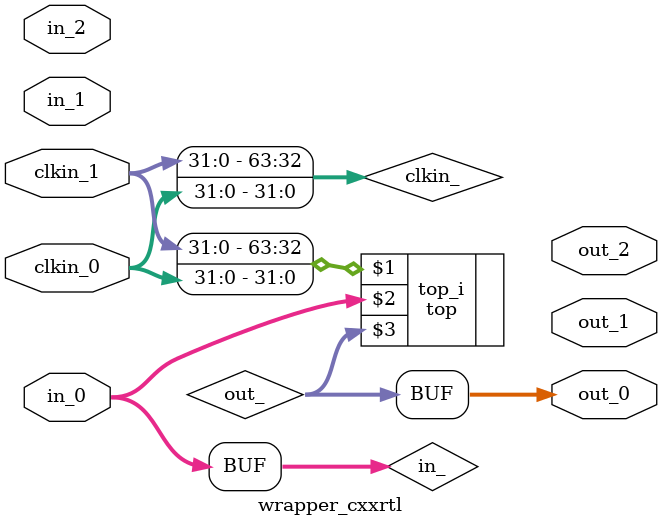
<source format=sv>
module wrapper_cxxrtl(input logic [31:0] clkin_0,input logic [31:0] clkin_1,input logic [31:0] in_0,input logic [31:0] in_1,input logic [31:0] in_2,output logic [31:0] out_0,output logic [31:0] out_1,output logic [31:0] out_2);
    logic [63:0] clkin_;
    logic [31:0] in_;
    logic [31:0] out_;
    assign clkin_[31:0] = clkin_0;
    assign clkin_[63:32] = clkin_1;
    assign in_[31:0] = in_0;
    assign out_0 = out_[31:0];
    top top_i(clkin_, in_, out_);
endmodule

</source>
